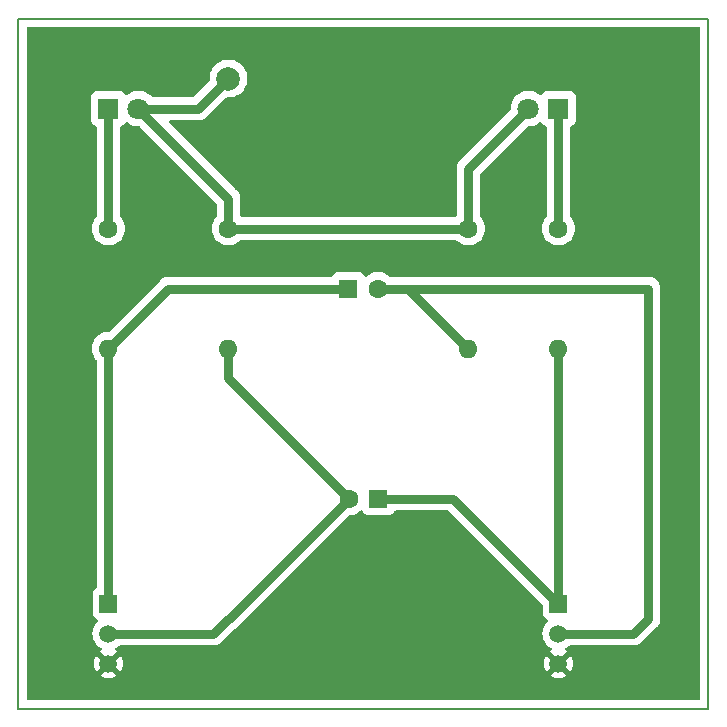
<source format=gbr>
%TF.GenerationSoftware,KiCad,Pcbnew,7.0.10*%
%TF.CreationDate,2025-03-21T11:59:38+01:00*%
%TF.ProjectId,Blika_,426c696b-610d-42e6-9b69-6361645f7063,rev?*%
%TF.SameCoordinates,Original*%
%TF.FileFunction,Copper,L1,Top*%
%TF.FilePolarity,Positive*%
%FSLAX46Y46*%
G04 Gerber Fmt 4.6, Leading zero omitted, Abs format (unit mm)*
G04 Created by KiCad (PCBNEW 7.0.10) date 2025-03-21 11:59:38*
%MOMM*%
%LPD*%
G01*
G04 APERTURE LIST*
%TA.AperFunction,NonConductor*%
%ADD10C,0.200000*%
%TD*%
%TA.AperFunction,ComponentPad*%
%ADD11R,1.600000X1.600000*%
%TD*%
%TA.AperFunction,ComponentPad*%
%ADD12C,1.600000*%
%TD*%
%TA.AperFunction,ComponentPad*%
%ADD13R,1.500000X1.500000*%
%TD*%
%TA.AperFunction,ComponentPad*%
%ADD14C,1.500000*%
%TD*%
%TA.AperFunction,ComponentPad*%
%ADD15O,1.600000X1.600000*%
%TD*%
%TA.AperFunction,ComponentPad*%
%ADD16R,1.800000X1.800000*%
%TD*%
%TA.AperFunction,ComponentPad*%
%ADD17C,1.800000*%
%TD*%
%TA.AperFunction,ViaPad*%
%ADD18C,2.000000*%
%TD*%
%TA.AperFunction,Conductor*%
%ADD19C,0.800000*%
%TD*%
G04 APERTURE END LIST*
D10*
X106680000Y-40640000D02*
X165100000Y-40640000D01*
X165100000Y-99060000D01*
X106680000Y-99060000D01*
X106680000Y-40640000D01*
D11*
%TO.P,C2,1*%
%TO.N,Net-(T1-C)*%
X134620000Y-63500000D03*
D12*
%TO.P,C2,2*%
%TO.N,Net-(T2-B)*%
X137120000Y-63500000D03*
%TD*%
D13*
%TO.P,T1,1,C*%
%TO.N,Net-(T1-C)*%
X114300000Y-90170000D03*
D14*
%TO.P,T1,2,B*%
%TO.N,Net-(T1-B)*%
X114300000Y-92710000D03*
%TO.P,T1,3,E*%
%TO.N,GND*%
X114300000Y-95250000D03*
%TD*%
D12*
%TO.P,R1,1*%
%TO.N,Net-(D1-K)*%
X114300000Y-58420000D03*
D15*
%TO.P,R1,2*%
%TO.N,Net-(T1-C)*%
X114300000Y-68580000D03*
%TD*%
D16*
%TO.P,D1,1,K*%
%TO.N,Net-(D1-K)*%
X114300000Y-48260000D03*
D17*
%TO.P,D1,2,A*%
%TO.N,+9V*%
X116840000Y-48260000D03*
%TD*%
D11*
%TO.P,C1,1*%
%TO.N,Net-(T2-C)*%
X137160000Y-81280000D03*
D12*
%TO.P,C1,2*%
%TO.N,Net-(T1-B)*%
X134660000Y-81280000D03*
%TD*%
%TO.P,R3,1*%
%TO.N,+9V*%
X124460000Y-58420000D03*
D15*
%TO.P,R3,2*%
%TO.N,Net-(T1-B)*%
X124460000Y-68580000D03*
%TD*%
D12*
%TO.P,R4,1*%
%TO.N,+9V*%
X144780000Y-58420000D03*
D15*
%TO.P,R4,2*%
%TO.N,Net-(T2-B)*%
X144780000Y-68580000D03*
%TD*%
D12*
%TO.P,R2,1*%
%TO.N,Net-(D2-K)*%
X152400000Y-58420000D03*
D15*
%TO.P,R2,2*%
%TO.N,Net-(T2-C)*%
X152400000Y-68580000D03*
%TD*%
D13*
%TO.P,T2,1,C*%
%TO.N,Net-(T2-C)*%
X152400000Y-90170000D03*
D14*
%TO.P,T2,2,B*%
%TO.N,Net-(T2-B)*%
X152400000Y-92710000D03*
%TO.P,T2,3,E*%
%TO.N,GND*%
X152400000Y-95250000D03*
%TD*%
D16*
%TO.P,D2,1,K*%
%TO.N,Net-(D2-K)*%
X152400000Y-48260000D03*
D17*
%TO.P,D2,2,A*%
%TO.N,+9V*%
X149860000Y-48260000D03*
%TD*%
D18*
%TO.N,GND*%
X142240000Y-45720000D03*
%TO.N,+9V*%
X124460000Y-45720000D03*
%TD*%
D19*
%TO.N,+9V*%
X121920000Y-48260000D02*
X124460000Y-45720000D01*
X116840000Y-48260000D02*
X121920000Y-48260000D01*
%TO.N,Net-(T2-C)*%
X152400000Y-68580000D02*
X152400000Y-90170000D01*
X137160000Y-81280000D02*
X143510000Y-81280000D01*
X143510000Y-81280000D02*
X152400000Y-90170000D01*
%TO.N,Net-(T1-B)*%
X124460000Y-68580000D02*
X124460000Y-71080000D01*
X124460000Y-91440000D02*
X124500000Y-91440000D01*
X124500000Y-91440000D02*
X134660000Y-81280000D01*
X124460000Y-71080000D02*
X134660000Y-81280000D01*
X114300000Y-92710000D02*
X123190000Y-92710000D01*
X123190000Y-92710000D02*
X124460000Y-91440000D01*
%TO.N,Net-(T1-C)*%
X114300000Y-68580000D02*
X119380000Y-63500000D01*
X119380000Y-63500000D02*
X134620000Y-63500000D01*
X114300000Y-68580000D02*
X114300000Y-90170000D01*
%TO.N,Net-(T2-B)*%
X160020000Y-91440000D02*
X160020000Y-63500000D01*
X152400000Y-92710000D02*
X158750000Y-92710000D01*
X160020000Y-63500000D02*
X137120000Y-63500000D01*
X139700000Y-63500000D02*
X144780000Y-68580000D01*
X158750000Y-92710000D02*
X160020000Y-91440000D01*
X137120000Y-63500000D02*
X139700000Y-63500000D01*
%TO.N,Net-(D1-K)*%
X114300000Y-48260000D02*
X114300000Y-58420000D01*
%TO.N,+9V*%
X144780000Y-58420000D02*
X144780000Y-53340000D01*
X124460000Y-55880000D02*
X116840000Y-48260000D01*
X144780000Y-53340000D02*
X149860000Y-48260000D01*
X124460000Y-58420000D02*
X144780000Y-58420000D01*
X124460000Y-58420000D02*
X124460000Y-55880000D01*
%TO.N,Net-(D2-K)*%
X152400000Y-58420000D02*
X152400000Y-48260000D01*
%TD*%
%TA.AperFunction,Conductor*%
%TO.N,GND*%
G36*
X164342539Y-41360185D02*
G01*
X164388294Y-41412989D01*
X164399500Y-41464500D01*
X164399500Y-98235500D01*
X164379815Y-98302539D01*
X164327011Y-98348294D01*
X164275500Y-98359500D01*
X107504500Y-98359500D01*
X107437461Y-98339815D01*
X107391706Y-98287011D01*
X107380500Y-98235500D01*
X107380500Y-68580006D01*
X112894700Y-68580006D01*
X112913864Y-68811297D01*
X112913866Y-68811308D01*
X112970842Y-69036300D01*
X113064075Y-69248848D01*
X113191016Y-69443147D01*
X113191019Y-69443151D01*
X113191021Y-69443153D01*
X113266731Y-69525396D01*
X113297652Y-69588049D01*
X113299500Y-69609377D01*
X113299500Y-88794151D01*
X113279815Y-88861190D01*
X113250987Y-88892527D01*
X113121718Y-88991718D01*
X113025463Y-89117160D01*
X112964956Y-89263237D01*
X112964955Y-89263239D01*
X112949501Y-89380629D01*
X112949501Y-89380636D01*
X112949500Y-89380645D01*
X112949500Y-90959363D01*
X112964953Y-91076753D01*
X112964956Y-91076762D01*
X113025464Y-91222841D01*
X113121718Y-91348282D01*
X113247159Y-91444536D01*
X113364496Y-91493138D01*
X113418898Y-91536977D01*
X113440963Y-91603271D01*
X113423684Y-91670971D01*
X113404724Y-91695379D01*
X113261503Y-91838600D01*
X113125965Y-92032169D01*
X113125964Y-92032171D01*
X113038657Y-92219402D01*
X113026444Y-92245594D01*
X113026098Y-92246335D01*
X113026094Y-92246344D01*
X112964938Y-92474586D01*
X112964936Y-92474596D01*
X112944341Y-92709999D01*
X112944341Y-92710000D01*
X112964936Y-92945403D01*
X112964938Y-92945413D01*
X113026094Y-93173655D01*
X113026096Y-93173659D01*
X113026097Y-93173663D01*
X113116264Y-93367027D01*
X113125965Y-93387830D01*
X113125967Y-93387834D01*
X113211838Y-93510469D01*
X113261505Y-93581401D01*
X113428599Y-93748495D01*
X113525384Y-93816265D01*
X113622165Y-93884032D01*
X113622167Y-93884033D01*
X113622170Y-93884035D01*
X113705866Y-93923063D01*
X113758305Y-93969235D01*
X113777457Y-94036429D01*
X113757241Y-94103310D01*
X113705866Y-94147827D01*
X113672613Y-94163333D01*
X113610428Y-94206874D01*
X114255600Y-94852046D01*
X114174852Y-94864835D01*
X114061955Y-94922359D01*
X113972359Y-95011955D01*
X113914835Y-95124852D01*
X113902046Y-95205600D01*
X113256874Y-94560428D01*
X113213333Y-94622613D01*
X113120898Y-94820840D01*
X113120894Y-94820849D01*
X113064289Y-95032105D01*
X113064287Y-95032115D01*
X113045225Y-95249999D01*
X113045225Y-95250000D01*
X113064287Y-95467884D01*
X113064289Y-95467894D01*
X113120894Y-95679150D01*
X113120898Y-95679159D01*
X113213333Y-95877387D01*
X113256874Y-95939571D01*
X113902046Y-95294399D01*
X113914835Y-95375148D01*
X113972359Y-95488045D01*
X114061955Y-95577641D01*
X114174852Y-95635165D01*
X114255599Y-95647953D01*
X113610427Y-96293124D01*
X113672612Y-96336666D01*
X113870840Y-96429101D01*
X113870849Y-96429105D01*
X114082105Y-96485710D01*
X114082115Y-96485712D01*
X114299999Y-96504775D01*
X114300001Y-96504775D01*
X114517884Y-96485712D01*
X114517894Y-96485710D01*
X114729150Y-96429105D01*
X114729164Y-96429100D01*
X114927383Y-96336669D01*
X114927385Y-96336668D01*
X114989571Y-96293124D01*
X114344401Y-95647953D01*
X114425148Y-95635165D01*
X114538045Y-95577641D01*
X114627641Y-95488045D01*
X114685165Y-95375148D01*
X114697953Y-95294400D01*
X115343124Y-95939570D01*
X115386668Y-95877385D01*
X115386669Y-95877383D01*
X115479100Y-95679164D01*
X115479105Y-95679150D01*
X115535710Y-95467894D01*
X115535712Y-95467884D01*
X115554775Y-95250000D01*
X115554775Y-95249999D01*
X115535712Y-95032115D01*
X115535710Y-95032105D01*
X115479105Y-94820849D01*
X115479101Y-94820840D01*
X115386667Y-94622614D01*
X115386666Y-94622612D01*
X115343124Y-94560428D01*
X115343124Y-94560427D01*
X114697953Y-95205598D01*
X114685165Y-95124852D01*
X114627641Y-95011955D01*
X114538045Y-94922359D01*
X114425148Y-94864835D01*
X114344400Y-94852046D01*
X114989571Y-94206874D01*
X114927386Y-94163332D01*
X114927382Y-94163330D01*
X114894133Y-94147825D01*
X114841694Y-94101652D01*
X114822543Y-94034458D01*
X114842760Y-93967578D01*
X114894130Y-93923064D01*
X114977830Y-93884035D01*
X115171401Y-93748495D01*
X115173077Y-93746819D01*
X115173995Y-93746317D01*
X115175544Y-93745018D01*
X115175805Y-93745329D01*
X115234400Y-93713334D01*
X115260758Y-93710500D01*
X123175721Y-93710500D01*
X123178863Y-93710540D01*
X123266358Y-93712757D01*
X123266358Y-93712756D01*
X123266363Y-93712757D01*
X123324425Y-93702349D01*
X123333754Y-93701041D01*
X123392438Y-93695074D01*
X123421471Y-93685964D01*
X123436700Y-93682226D01*
X123466653Y-93676858D01*
X123466657Y-93676856D01*
X123466659Y-93676856D01*
X123521423Y-93654980D01*
X123530292Y-93651821D01*
X123586588Y-93634159D01*
X123613200Y-93619387D01*
X123627362Y-93612662D01*
X123655617Y-93601377D01*
X123704879Y-93568909D01*
X123712910Y-93564043D01*
X123764502Y-93535409D01*
X123764509Y-93535402D01*
X123764512Y-93535401D01*
X123787583Y-93515594D01*
X123800125Y-93506137D01*
X123825519Y-93489402D01*
X123867226Y-93447694D01*
X123874138Y-93441288D01*
X123918895Y-93402866D01*
X123937524Y-93378798D01*
X123947884Y-93367035D01*
X125006043Y-92308876D01*
X125033541Y-92288143D01*
X125074502Y-92265409D01*
X125074509Y-92265402D01*
X125074512Y-92265401D01*
X125097583Y-92245594D01*
X125110125Y-92236137D01*
X125135519Y-92219402D01*
X125177226Y-92177694D01*
X125184138Y-92171288D01*
X125202677Y-92155373D01*
X125228895Y-92132866D01*
X125247524Y-92108798D01*
X125257884Y-92097035D01*
X134638101Y-82716819D01*
X134699424Y-82683334D01*
X134725782Y-82680500D01*
X134776048Y-82680500D01*
X134776049Y-82680500D01*
X135004981Y-82642298D01*
X135224503Y-82566936D01*
X135428626Y-82456470D01*
X135611784Y-82313913D01*
X135614865Y-82310565D01*
X135674751Y-82274574D01*
X135744589Y-82276673D01*
X135802206Y-82316196D01*
X135820657Y-82347094D01*
X135835464Y-82382841D01*
X135931718Y-82508282D01*
X136057159Y-82604536D01*
X136203238Y-82665044D01*
X136320639Y-82680500D01*
X137999360Y-82680499D01*
X137999363Y-82680499D01*
X138116753Y-82665046D01*
X138116757Y-82665044D01*
X138116762Y-82665044D01*
X138262841Y-82604536D01*
X138388282Y-82508282D01*
X138484536Y-82382841D01*
X138495220Y-82357048D01*
X138539061Y-82302644D01*
X138605355Y-82280579D01*
X138609781Y-82280500D01*
X143044217Y-82280500D01*
X143111256Y-82300185D01*
X143131898Y-82316819D01*
X151013181Y-90198102D01*
X151046666Y-90259425D01*
X151049500Y-90285783D01*
X151049500Y-90959363D01*
X151064953Y-91076753D01*
X151064956Y-91076762D01*
X151125464Y-91222841D01*
X151221718Y-91348282D01*
X151347159Y-91444536D01*
X151464496Y-91493138D01*
X151518898Y-91536977D01*
X151540963Y-91603271D01*
X151523684Y-91670971D01*
X151504724Y-91695379D01*
X151361503Y-91838600D01*
X151225965Y-92032169D01*
X151225964Y-92032171D01*
X151138657Y-92219402D01*
X151126444Y-92245594D01*
X151126098Y-92246335D01*
X151126094Y-92246344D01*
X151064938Y-92474586D01*
X151064936Y-92474596D01*
X151044341Y-92709999D01*
X151044341Y-92710000D01*
X151064936Y-92945403D01*
X151064938Y-92945413D01*
X151126094Y-93173655D01*
X151126096Y-93173659D01*
X151126097Y-93173663D01*
X151216264Y-93367027D01*
X151225965Y-93387830D01*
X151225967Y-93387834D01*
X151311838Y-93510469D01*
X151361505Y-93581401D01*
X151528599Y-93748495D01*
X151625384Y-93816265D01*
X151722165Y-93884032D01*
X151722167Y-93884033D01*
X151722170Y-93884035D01*
X151805866Y-93923063D01*
X151858305Y-93969235D01*
X151877457Y-94036429D01*
X151857241Y-94103310D01*
X151805866Y-94147827D01*
X151772613Y-94163333D01*
X151710428Y-94206874D01*
X152355600Y-94852046D01*
X152274852Y-94864835D01*
X152161955Y-94922359D01*
X152072359Y-95011955D01*
X152014835Y-95124852D01*
X152002046Y-95205600D01*
X151356874Y-94560428D01*
X151313333Y-94622613D01*
X151220898Y-94820840D01*
X151220894Y-94820849D01*
X151164289Y-95032105D01*
X151164287Y-95032115D01*
X151145225Y-95249999D01*
X151145225Y-95250000D01*
X151164287Y-95467884D01*
X151164289Y-95467894D01*
X151220894Y-95679150D01*
X151220898Y-95679159D01*
X151313333Y-95877387D01*
X151356874Y-95939571D01*
X152002046Y-95294399D01*
X152014835Y-95375148D01*
X152072359Y-95488045D01*
X152161955Y-95577641D01*
X152274852Y-95635165D01*
X152355599Y-95647953D01*
X151710427Y-96293124D01*
X151772612Y-96336666D01*
X151970840Y-96429101D01*
X151970849Y-96429105D01*
X152182105Y-96485710D01*
X152182115Y-96485712D01*
X152399999Y-96504775D01*
X152400001Y-96504775D01*
X152617884Y-96485712D01*
X152617894Y-96485710D01*
X152829150Y-96429105D01*
X152829164Y-96429100D01*
X153027383Y-96336669D01*
X153027385Y-96336668D01*
X153089571Y-96293124D01*
X152444401Y-95647953D01*
X152525148Y-95635165D01*
X152638045Y-95577641D01*
X152727641Y-95488045D01*
X152785165Y-95375148D01*
X152797953Y-95294400D01*
X153443124Y-95939570D01*
X153486668Y-95877385D01*
X153486669Y-95877383D01*
X153579100Y-95679164D01*
X153579105Y-95679150D01*
X153635710Y-95467894D01*
X153635712Y-95467884D01*
X153654775Y-95250000D01*
X153654775Y-95249999D01*
X153635712Y-95032115D01*
X153635710Y-95032105D01*
X153579105Y-94820849D01*
X153579101Y-94820840D01*
X153486667Y-94622614D01*
X153486666Y-94622612D01*
X153443124Y-94560428D01*
X153443124Y-94560427D01*
X152797953Y-95205598D01*
X152785165Y-95124852D01*
X152727641Y-95011955D01*
X152638045Y-94922359D01*
X152525148Y-94864835D01*
X152444400Y-94852046D01*
X153089571Y-94206874D01*
X153027386Y-94163332D01*
X153027382Y-94163330D01*
X152994133Y-94147825D01*
X152941694Y-94101652D01*
X152922543Y-94034458D01*
X152942760Y-93967578D01*
X152994130Y-93923064D01*
X153077830Y-93884035D01*
X153271401Y-93748495D01*
X153273077Y-93746819D01*
X153273995Y-93746317D01*
X153275544Y-93745018D01*
X153275805Y-93745329D01*
X153334400Y-93713334D01*
X153360758Y-93710500D01*
X158735721Y-93710500D01*
X158738863Y-93710540D01*
X158826358Y-93712757D01*
X158826358Y-93712756D01*
X158826363Y-93712757D01*
X158884425Y-93702349D01*
X158893754Y-93701041D01*
X158952438Y-93695074D01*
X158981471Y-93685964D01*
X158996700Y-93682226D01*
X159026653Y-93676858D01*
X159026657Y-93676856D01*
X159026659Y-93676856D01*
X159081423Y-93654980D01*
X159090292Y-93651821D01*
X159146588Y-93634159D01*
X159173200Y-93619387D01*
X159187362Y-93612662D01*
X159215617Y-93601377D01*
X159264879Y-93568909D01*
X159272910Y-93564043D01*
X159324502Y-93535409D01*
X159324509Y-93535402D01*
X159324512Y-93535401D01*
X159347583Y-93515594D01*
X159360125Y-93506137D01*
X159385519Y-93489402D01*
X159427226Y-93447694D01*
X159434138Y-93441288D01*
X159478895Y-93402866D01*
X159497524Y-93378798D01*
X159507884Y-93367035D01*
X160717390Y-92157528D01*
X160719559Y-92155413D01*
X160783053Y-92095059D01*
X160816752Y-92046641D01*
X160822428Y-92039113D01*
X160859698Y-91993407D01*
X160873782Y-91966444D01*
X160881919Y-91953013D01*
X160899292Y-91928053D01*
X160899295Y-91928049D01*
X160922563Y-91873825D01*
X160926582Y-91865361D01*
X160953909Y-91813049D01*
X160962275Y-91783808D01*
X160967544Y-91769009D01*
X160979538Y-91741062D01*
X160979540Y-91741058D01*
X160991421Y-91683238D01*
X160993650Y-91674155D01*
X161009886Y-91617418D01*
X161012196Y-91587080D01*
X161014376Y-91571540D01*
X161020500Y-91541743D01*
X161020500Y-91482754D01*
X161020858Y-91473339D01*
X161023051Y-91444536D01*
X161025337Y-91414524D01*
X161021493Y-91384339D01*
X161020500Y-91368675D01*
X161020500Y-63528499D01*
X161020659Y-63522219D01*
X161024369Y-63449064D01*
X161013277Y-63376664D01*
X161012484Y-63370436D01*
X161005074Y-63297563D01*
X161005072Y-63297556D01*
X161000251Y-63282189D01*
X160995994Y-63263849D01*
X160993556Y-63247929D01*
X160968100Y-63179197D01*
X160966098Y-63173338D01*
X160944159Y-63103412D01*
X160936339Y-63089324D01*
X160928482Y-63072225D01*
X160922886Y-63057113D01*
X160884129Y-62994934D01*
X160880951Y-62989534D01*
X160845409Y-62925498D01*
X160834921Y-62913281D01*
X160823773Y-62898100D01*
X160823489Y-62897645D01*
X160815252Y-62884429D01*
X160764787Y-62831340D01*
X160760577Y-62826680D01*
X160712873Y-62771112D01*
X160712868Y-62771108D01*
X160712866Y-62771105D01*
X160700126Y-62761243D01*
X160686155Y-62748620D01*
X160675063Y-62736951D01*
X160675062Y-62736950D01*
X160675059Y-62736947D01*
X160614936Y-62695100D01*
X160609874Y-62691382D01*
X160551960Y-62646553D01*
X160551957Y-62646551D01*
X160537496Y-62639458D01*
X160521270Y-62629906D01*
X160508051Y-62620706D01*
X160508049Y-62620705D01*
X160440720Y-62591811D01*
X160435061Y-62589211D01*
X160369271Y-62556940D01*
X160369269Y-62556939D01*
X160353680Y-62552903D01*
X160335864Y-62546813D01*
X160321061Y-62540461D01*
X160321059Y-62540460D01*
X160321058Y-62540460D01*
X160249306Y-62525714D01*
X160243195Y-62524297D01*
X160206998Y-62514925D01*
X160172285Y-62505937D01*
X160172284Y-62505936D01*
X160172281Y-62505936D01*
X160156189Y-62505119D01*
X160137523Y-62502742D01*
X160121743Y-62499500D01*
X160121741Y-62499500D01*
X160048500Y-62499500D01*
X160042221Y-62499341D01*
X159969064Y-62495631D01*
X159969060Y-62495631D01*
X159953143Y-62498070D01*
X159934367Y-62499500D01*
X139742759Y-62499500D01*
X139733344Y-62499142D01*
X139730643Y-62498936D01*
X139674524Y-62494662D01*
X139644349Y-62498506D01*
X139628682Y-62499500D01*
X138156464Y-62499500D01*
X138089425Y-62479815D01*
X138072479Y-62466728D01*
X138071790Y-62466094D01*
X138071784Y-62466087D01*
X137942524Y-62365480D01*
X137888628Y-62323531D01*
X137684504Y-62213064D01*
X137684495Y-62213061D01*
X137464984Y-62137702D01*
X137293282Y-62109050D01*
X137236049Y-62099500D01*
X137003951Y-62099500D01*
X136958164Y-62107140D01*
X136775015Y-62137702D01*
X136555504Y-62213061D01*
X136555495Y-62213064D01*
X136351372Y-62323531D01*
X136168216Y-62466086D01*
X136168208Y-62466094D01*
X136165128Y-62469440D01*
X136105239Y-62505427D01*
X136035401Y-62503323D01*
X135977787Y-62463796D01*
X135959342Y-62432904D01*
X135944537Y-62397161D01*
X135944536Y-62397160D01*
X135944536Y-62397159D01*
X135848282Y-62271718D01*
X135722841Y-62175464D01*
X135576762Y-62114956D01*
X135576760Y-62114955D01*
X135459370Y-62099501D01*
X135459367Y-62099500D01*
X135459361Y-62099500D01*
X135459354Y-62099500D01*
X133780636Y-62099500D01*
X133663246Y-62114953D01*
X133663237Y-62114956D01*
X133517160Y-62175463D01*
X133391718Y-62271718D01*
X133295462Y-62397161D01*
X133284780Y-62422952D01*
X133240939Y-62477356D01*
X133174645Y-62499421D01*
X133170219Y-62499500D01*
X119394278Y-62499500D01*
X119391138Y-62499460D01*
X119303637Y-62497243D01*
X119303628Y-62497243D01*
X119245578Y-62507648D01*
X119236252Y-62508956D01*
X119177564Y-62514925D01*
X119177562Y-62514926D01*
X119148526Y-62524035D01*
X119133290Y-62527774D01*
X119103350Y-62533141D01*
X119103349Y-62533141D01*
X119048567Y-62555022D01*
X119039698Y-62558179D01*
X118983414Y-62575840D01*
X118983410Y-62575842D01*
X118956811Y-62590605D01*
X118942638Y-62597336D01*
X118914382Y-62608623D01*
X118914378Y-62608625D01*
X118865122Y-62641086D01*
X118857069Y-62645965D01*
X118805501Y-62674588D01*
X118782413Y-62694408D01*
X118769887Y-62703852D01*
X118744485Y-62720594D01*
X118744478Y-62720600D01*
X118702774Y-62762303D01*
X118695869Y-62768703D01*
X118651102Y-62807136D01*
X118632480Y-62831193D01*
X118622108Y-62842969D01*
X114321899Y-67143181D01*
X114260576Y-67176666D01*
X114234218Y-67179500D01*
X114183951Y-67179500D01*
X114138164Y-67187140D01*
X113955015Y-67217702D01*
X113735504Y-67293061D01*
X113735495Y-67293064D01*
X113531371Y-67403531D01*
X113531365Y-67403535D01*
X113348222Y-67546081D01*
X113348219Y-67546084D01*
X113191016Y-67716852D01*
X113064075Y-67911151D01*
X112970842Y-68123699D01*
X112913866Y-68348691D01*
X112913864Y-68348702D01*
X112894700Y-68579993D01*
X112894700Y-68580006D01*
X107380500Y-68580006D01*
X107380500Y-49199363D01*
X112799500Y-49199363D01*
X112814953Y-49316753D01*
X112814956Y-49316762D01*
X112863216Y-49433273D01*
X112875464Y-49462841D01*
X112971718Y-49588282D01*
X113097159Y-49684536D01*
X113222952Y-49736641D01*
X113277356Y-49780482D01*
X113299421Y-49846776D01*
X113299500Y-49851202D01*
X113299500Y-57390621D01*
X113279815Y-57457660D01*
X113266730Y-57474603D01*
X113191022Y-57556844D01*
X113191020Y-57556846D01*
X113064075Y-57751151D01*
X112970842Y-57963699D01*
X112913866Y-58188691D01*
X112913864Y-58188702D01*
X112894700Y-58419993D01*
X112894700Y-58420006D01*
X112913864Y-58651297D01*
X112913866Y-58651308D01*
X112970842Y-58876300D01*
X113064075Y-59088848D01*
X113191016Y-59283147D01*
X113191019Y-59283151D01*
X113191021Y-59283153D01*
X113348216Y-59453913D01*
X113348219Y-59453915D01*
X113348222Y-59453918D01*
X113531365Y-59596464D01*
X113531371Y-59596468D01*
X113531374Y-59596470D01*
X113735497Y-59706936D01*
X113849487Y-59746068D01*
X113955015Y-59782297D01*
X113955017Y-59782297D01*
X113955019Y-59782298D01*
X114183951Y-59820500D01*
X114183952Y-59820500D01*
X114416048Y-59820500D01*
X114416049Y-59820500D01*
X114644981Y-59782298D01*
X114864503Y-59706936D01*
X115068626Y-59596470D01*
X115251784Y-59453913D01*
X115408979Y-59283153D01*
X115535924Y-59088849D01*
X115629157Y-58876300D01*
X115686134Y-58651305D01*
X115705300Y-58420000D01*
X115705300Y-58419993D01*
X115686135Y-58188702D01*
X115686133Y-58188691D01*
X115629157Y-57963699D01*
X115535924Y-57751151D01*
X115408979Y-57556846D01*
X115408977Y-57556844D01*
X115333270Y-57474603D01*
X115302348Y-57411948D01*
X115300500Y-57390621D01*
X115300500Y-49851202D01*
X115320185Y-49784163D01*
X115372989Y-49738408D01*
X115377036Y-49736646D01*
X115502841Y-49684536D01*
X115628282Y-49588282D01*
X115724536Y-49462841D01*
X115724536Y-49462839D01*
X115729484Y-49456392D01*
X115732134Y-49458425D01*
X115771456Y-49420921D01*
X115840060Y-49407687D01*
X115904454Y-49433272D01*
X116016491Y-49520474D01*
X116235190Y-49638828D01*
X116470386Y-49719571D01*
X116715665Y-49760500D01*
X116874217Y-49760500D01*
X116941256Y-49780185D01*
X116961898Y-49796819D01*
X123423181Y-56258102D01*
X123456666Y-56319425D01*
X123459500Y-56345783D01*
X123459500Y-57390621D01*
X123439815Y-57457660D01*
X123426730Y-57474603D01*
X123351022Y-57556844D01*
X123351020Y-57556846D01*
X123224075Y-57751151D01*
X123130842Y-57963699D01*
X123073866Y-58188691D01*
X123073864Y-58188702D01*
X123054700Y-58419993D01*
X123054700Y-58420006D01*
X123073864Y-58651297D01*
X123073866Y-58651308D01*
X123130842Y-58876300D01*
X123224075Y-59088848D01*
X123351016Y-59283147D01*
X123351019Y-59283151D01*
X123351021Y-59283153D01*
X123508216Y-59453913D01*
X123508219Y-59453915D01*
X123508222Y-59453918D01*
X123691365Y-59596464D01*
X123691371Y-59596468D01*
X123691374Y-59596470D01*
X123895497Y-59706936D01*
X124009487Y-59746068D01*
X124115015Y-59782297D01*
X124115017Y-59782297D01*
X124115019Y-59782298D01*
X124343951Y-59820500D01*
X124343952Y-59820500D01*
X124576048Y-59820500D01*
X124576049Y-59820500D01*
X124804981Y-59782298D01*
X125024503Y-59706936D01*
X125228626Y-59596470D01*
X125411784Y-59453913D01*
X125411800Y-59453895D01*
X125412479Y-59453272D01*
X125412827Y-59453100D01*
X125415830Y-59450763D01*
X125416310Y-59451380D01*
X125475133Y-59422348D01*
X125496464Y-59420500D01*
X143743536Y-59420500D01*
X143810575Y-59440185D01*
X143827521Y-59453272D01*
X143828204Y-59453901D01*
X143828216Y-59453913D01*
X144011374Y-59596470D01*
X144215497Y-59706936D01*
X144329487Y-59746068D01*
X144435015Y-59782297D01*
X144435017Y-59782297D01*
X144435019Y-59782298D01*
X144663951Y-59820500D01*
X144663952Y-59820500D01*
X144896048Y-59820500D01*
X144896049Y-59820500D01*
X145124981Y-59782298D01*
X145344503Y-59706936D01*
X145548626Y-59596470D01*
X145731784Y-59453913D01*
X145888979Y-59283153D01*
X146015924Y-59088849D01*
X146109157Y-58876300D01*
X146166134Y-58651305D01*
X146185300Y-58420000D01*
X146185300Y-58419993D01*
X146166135Y-58188702D01*
X146166133Y-58188691D01*
X146109157Y-57963699D01*
X146015924Y-57751151D01*
X145888979Y-57556846D01*
X145888977Y-57556844D01*
X145813270Y-57474603D01*
X145782348Y-57411948D01*
X145780500Y-57390621D01*
X145780500Y-53805782D01*
X145800185Y-53738743D01*
X145816819Y-53718101D01*
X149738101Y-49796819D01*
X149799424Y-49763334D01*
X149825782Y-49760500D01*
X149984335Y-49760500D01*
X150229614Y-49719571D01*
X150464810Y-49638828D01*
X150683509Y-49520474D01*
X150795546Y-49433271D01*
X150860537Y-49407630D01*
X150929077Y-49421196D01*
X150967905Y-49458396D01*
X150970517Y-49456393D01*
X150975463Y-49462839D01*
X150975464Y-49462841D01*
X151071718Y-49588282D01*
X151197159Y-49684536D01*
X151322952Y-49736641D01*
X151377356Y-49780482D01*
X151399421Y-49846776D01*
X151399500Y-49851202D01*
X151399500Y-57390621D01*
X151379815Y-57457660D01*
X151366730Y-57474603D01*
X151291022Y-57556844D01*
X151291020Y-57556846D01*
X151164075Y-57751151D01*
X151070842Y-57963699D01*
X151013866Y-58188691D01*
X151013864Y-58188702D01*
X150994700Y-58419993D01*
X150994700Y-58420006D01*
X151013864Y-58651297D01*
X151013866Y-58651308D01*
X151070842Y-58876300D01*
X151164075Y-59088848D01*
X151291016Y-59283147D01*
X151291019Y-59283151D01*
X151291021Y-59283153D01*
X151448216Y-59453913D01*
X151448219Y-59453915D01*
X151448222Y-59453918D01*
X151631365Y-59596464D01*
X151631371Y-59596468D01*
X151631374Y-59596470D01*
X151835497Y-59706936D01*
X151949487Y-59746068D01*
X152055015Y-59782297D01*
X152055017Y-59782297D01*
X152055019Y-59782298D01*
X152283951Y-59820500D01*
X152283952Y-59820500D01*
X152516048Y-59820500D01*
X152516049Y-59820500D01*
X152744981Y-59782298D01*
X152964503Y-59706936D01*
X153168626Y-59596470D01*
X153351784Y-59453913D01*
X153508979Y-59283153D01*
X153635924Y-59088849D01*
X153729157Y-58876300D01*
X153786134Y-58651305D01*
X153805300Y-58420000D01*
X153805300Y-58419993D01*
X153786135Y-58188702D01*
X153786133Y-58188691D01*
X153729157Y-57963699D01*
X153635924Y-57751151D01*
X153508979Y-57556846D01*
X153508977Y-57556844D01*
X153433270Y-57474603D01*
X153402348Y-57411948D01*
X153400500Y-57390621D01*
X153400500Y-49851202D01*
X153420185Y-49784163D01*
X153472989Y-49738408D01*
X153477036Y-49736646D01*
X153602841Y-49684536D01*
X153728282Y-49588282D01*
X153824536Y-49462841D01*
X153885044Y-49316762D01*
X153900500Y-49199361D01*
X153900499Y-47320640D01*
X153900499Y-47320639D01*
X153900499Y-47320636D01*
X153885046Y-47203246D01*
X153885044Y-47203239D01*
X153885044Y-47203238D01*
X153824536Y-47057159D01*
X153728282Y-46931718D01*
X153602841Y-46835464D01*
X153456762Y-46774956D01*
X153456760Y-46774955D01*
X153339370Y-46759501D01*
X153339367Y-46759500D01*
X153339361Y-46759500D01*
X153339354Y-46759500D01*
X151460636Y-46759500D01*
X151343246Y-46774953D01*
X151343237Y-46774956D01*
X151197160Y-46835463D01*
X151071716Y-46931719D01*
X150970517Y-47063606D01*
X150967873Y-47061577D01*
X150928498Y-47099103D01*
X150859888Y-47112309D01*
X150795545Y-47086727D01*
X150683509Y-46999526D01*
X150683507Y-46999525D01*
X150683506Y-46999524D01*
X150464811Y-46881172D01*
X150464802Y-46881169D01*
X150229616Y-46800429D01*
X149984335Y-46759500D01*
X149735665Y-46759500D01*
X149490383Y-46800429D01*
X149255197Y-46881169D01*
X149255188Y-46881172D01*
X149036493Y-46999524D01*
X148840257Y-47152261D01*
X148671833Y-47335217D01*
X148535826Y-47543393D01*
X148435936Y-47771118D01*
X148374892Y-48012175D01*
X148374890Y-48012187D01*
X148354357Y-48259994D01*
X148354357Y-48259995D01*
X148356553Y-48286500D01*
X148342471Y-48354936D01*
X148320657Y-48384420D01*
X144082646Y-52622432D01*
X144080399Y-52624624D01*
X144016946Y-52684942D01*
X143983245Y-52733361D01*
X143977574Y-52740882D01*
X143940302Y-52786592D01*
X143940298Y-52786598D01*
X143926209Y-52813568D01*
X143918082Y-52826983D01*
X143900702Y-52851955D01*
X143877438Y-52906165D01*
X143873398Y-52914672D01*
X143846090Y-52966951D01*
X143846090Y-52966952D01*
X143837720Y-52996201D01*
X143832459Y-53010979D01*
X143820459Y-53038943D01*
X143808588Y-53096711D01*
X143806342Y-53105860D01*
X143790113Y-53162577D01*
X143787802Y-53192926D01*
X143785622Y-53208466D01*
X143779500Y-53238258D01*
X143779500Y-53297240D01*
X143779142Y-53306656D01*
X143774662Y-53365474D01*
X143778506Y-53395649D01*
X143779500Y-53411317D01*
X143779500Y-57295500D01*
X143759815Y-57362539D01*
X143707011Y-57408294D01*
X143655500Y-57419500D01*
X125584500Y-57419500D01*
X125517461Y-57399815D01*
X125471706Y-57347011D01*
X125460500Y-57295500D01*
X125460500Y-55894237D01*
X125460540Y-55891095D01*
X125462756Y-55803642D01*
X125462755Y-55803641D01*
X125462756Y-55803636D01*
X125452345Y-55745554D01*
X125451042Y-55736260D01*
X125445074Y-55677562D01*
X125443396Y-55672214D01*
X125435967Y-55648536D01*
X125432224Y-55633287D01*
X125426858Y-55603348D01*
X125404976Y-55548567D01*
X125401822Y-55539709D01*
X125384159Y-55483412D01*
X125384158Y-55483411D01*
X125384157Y-55483406D01*
X125369396Y-55456814D01*
X125362659Y-55442629D01*
X125351378Y-55414385D01*
X125351375Y-55414380D01*
X125318918Y-55365131D01*
X125314036Y-55357074D01*
X125285409Y-55305498D01*
X125265588Y-55282410D01*
X125256144Y-55269885D01*
X125239402Y-55244481D01*
X125197692Y-55202771D01*
X125191300Y-55195875D01*
X125152866Y-55151105D01*
X125128804Y-55132479D01*
X125117026Y-55122105D01*
X119467101Y-49472181D01*
X119433616Y-49410858D01*
X119438600Y-49341166D01*
X119480472Y-49285233D01*
X119545936Y-49260816D01*
X119554782Y-49260500D01*
X121905721Y-49260500D01*
X121908863Y-49260540D01*
X121996358Y-49262757D01*
X121996358Y-49262756D01*
X121996363Y-49262757D01*
X122054425Y-49252349D01*
X122063754Y-49251041D01*
X122122438Y-49245074D01*
X122151471Y-49235964D01*
X122166700Y-49232226D01*
X122196653Y-49226858D01*
X122196657Y-49226856D01*
X122196659Y-49226856D01*
X122251423Y-49204980D01*
X122260292Y-49201821D01*
X122316588Y-49184159D01*
X122343200Y-49169387D01*
X122357362Y-49162662D01*
X122385617Y-49151377D01*
X122434879Y-49118909D01*
X122442910Y-49114043D01*
X122494502Y-49085409D01*
X122494509Y-49085402D01*
X122494512Y-49085401D01*
X122517583Y-49065594D01*
X122530125Y-49056137D01*
X122555519Y-49039402D01*
X122597237Y-48997682D01*
X122604122Y-48991301D01*
X122648895Y-48952866D01*
X122667520Y-48928802D01*
X122677880Y-48917039D01*
X124242952Y-47351967D01*
X124304273Y-47318484D01*
X124340358Y-47316032D01*
X124460000Y-47325449D01*
X124711148Y-47305683D01*
X124956111Y-47246873D01*
X125188859Y-47150466D01*
X125403659Y-47018836D01*
X125595224Y-46855224D01*
X125758836Y-46663659D01*
X125890466Y-46448859D01*
X125986873Y-46216111D01*
X126045683Y-45971148D01*
X126065449Y-45720000D01*
X126045683Y-45468852D01*
X125986873Y-45223889D01*
X125890466Y-44991141D01*
X125890466Y-44991140D01*
X125758839Y-44776346D01*
X125758838Y-44776343D01*
X125721875Y-44733066D01*
X125595224Y-44584776D01*
X125468571Y-44476604D01*
X125403656Y-44421161D01*
X125403653Y-44421160D01*
X125188859Y-44289533D01*
X124956110Y-44193126D01*
X124711151Y-44134317D01*
X124460000Y-44114551D01*
X124208848Y-44134317D01*
X123963889Y-44193126D01*
X123731140Y-44289533D01*
X123516346Y-44421160D01*
X123516343Y-44421161D01*
X123324776Y-44584776D01*
X123161161Y-44776343D01*
X123161160Y-44776346D01*
X123029533Y-44991140D01*
X122933126Y-45223889D01*
X122874317Y-45468848D01*
X122854551Y-45720000D01*
X122863966Y-45839640D01*
X122849601Y-45908017D01*
X122828029Y-45937049D01*
X121541899Y-47223181D01*
X121480576Y-47256666D01*
X121454218Y-47259500D01*
X118012855Y-47259500D01*
X117945816Y-47239815D01*
X117921626Y-47219483D01*
X117859747Y-47152265D01*
X117859744Y-47152262D01*
X117859743Y-47152261D01*
X117663509Y-46999526D01*
X117663507Y-46999525D01*
X117663506Y-46999524D01*
X117444811Y-46881172D01*
X117444802Y-46881169D01*
X117209616Y-46800429D01*
X116964335Y-46759500D01*
X116715665Y-46759500D01*
X116470383Y-46800429D01*
X116235197Y-46881169D01*
X116235188Y-46881172D01*
X116031955Y-46991157D01*
X116016491Y-46999526D01*
X115991682Y-47018836D01*
X115904456Y-47086726D01*
X115839461Y-47112368D01*
X115770922Y-47098801D01*
X115732092Y-47061606D01*
X115729484Y-47063608D01*
X115724536Y-47057160D01*
X115724536Y-47057159D01*
X115628282Y-46931718D01*
X115502841Y-46835464D01*
X115356762Y-46774956D01*
X115356760Y-46774955D01*
X115239370Y-46759501D01*
X115239367Y-46759500D01*
X115239361Y-46759500D01*
X115239354Y-46759500D01*
X113360636Y-46759500D01*
X113243246Y-46774953D01*
X113243237Y-46774956D01*
X113097160Y-46835463D01*
X112971718Y-46931718D01*
X112875463Y-47057160D01*
X112814956Y-47203237D01*
X112814955Y-47203239D01*
X112799501Y-47320629D01*
X112799501Y-47320636D01*
X112799500Y-47320645D01*
X112799500Y-49199363D01*
X107380500Y-49199363D01*
X107380500Y-41464500D01*
X107400185Y-41397461D01*
X107452989Y-41351706D01*
X107504500Y-41340500D01*
X164275500Y-41340500D01*
X164342539Y-41360185D01*
G37*
%TD.AperFunction*%
%TD*%
M02*

</source>
